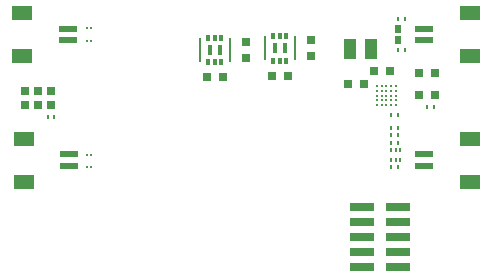
<source format=gbp>
G04*
G04 #@! TF.GenerationSoftware,Altium Limited,Altium Designer,24.5.2 (23)*
G04*
G04 Layer_Color=128*
%FSLAX44Y44*%
%MOMM*%
G71*
G04*
G04 #@! TF.SameCoordinates,341C2CF7-429B-42C7-B8C7-4B7D01239ABD*
G04*
G04*
G04 #@! TF.FilePolarity,Positive*
G04*
G01*
G75*
%ADD20R,0.2700X0.3000*%
%ADD28R,0.2000X0.3500*%
%ADD32R,0.7500X0.8000*%
%ADD79R,2.0300X0.7600*%
%ADD84R,0.8000X0.7500*%
%ADD85R,1.8000X1.2000*%
%ADD86R,1.5500X0.6000*%
%ADD87R,0.7501X0.7501*%
%ADD89R,1.1300X1.8200*%
%ADD90C,0.1930*%
%ADD91R,0.5000X0.6500*%
%ADD108C,0.2250*%
%ADD109R,0.4000X0.9000*%
%ADD110R,0.3000X0.5000*%
%ADD111R,0.2750X2.0250*%
D20*
X37250Y215000D02*
D03*
X31550D02*
D03*
X328350Y205750D02*
D03*
X322650D02*
D03*
X322650Y216750D02*
D03*
X328350D02*
D03*
X322650Y172000D02*
D03*
X328350D02*
D03*
X322650Y192750D02*
D03*
X328350D02*
D03*
X322650Y199250D02*
D03*
X328350D02*
D03*
X358600Y223250D02*
D03*
X352900D02*
D03*
X334350Y271750D02*
D03*
X328650D02*
D03*
X334100Y297250D02*
D03*
X328400D02*
D03*
D28*
X322750Y178250D02*
D03*
X326250D02*
D03*
X329750D02*
D03*
X322750Y186750D02*
D03*
X326250D02*
D03*
X329750D02*
D03*
D32*
X166490Y248750D02*
D03*
X179990D02*
D03*
X221250Y249250D02*
D03*
X234750D02*
D03*
X299235Y242250D02*
D03*
X285735D02*
D03*
X321250Y254000D02*
D03*
X307750D02*
D03*
X346250Y233000D02*
D03*
X359750D02*
D03*
X346250Y251662D02*
D03*
X359750D02*
D03*
D79*
X328690Y87800D02*
D03*
X298190D02*
D03*
X328690Y100500D02*
D03*
X298190D02*
D03*
X328690Y113200D02*
D03*
X298190D02*
D03*
X328690Y125900D02*
D03*
X298190D02*
D03*
X328690Y138600D02*
D03*
X298190D02*
D03*
D84*
X199490Y278250D02*
D03*
Y264750D02*
D03*
X254500Y279500D02*
D03*
Y266000D02*
D03*
D85*
X11250Y196000D02*
D03*
Y160000D02*
D03*
X10250Y302500D02*
D03*
Y266500D02*
D03*
X389250Y196000D02*
D03*
Y160000D02*
D03*
X389000Y266500D02*
D03*
Y302500D02*
D03*
D86*
X50000Y183000D02*
D03*
Y173000D02*
D03*
X49000Y289500D02*
D03*
Y279500D02*
D03*
X350500Y183000D02*
D03*
Y173000D02*
D03*
X350250Y279500D02*
D03*
Y289500D02*
D03*
D87*
X34700Y224799D02*
D03*
X23750D02*
D03*
X12800D02*
D03*
Y236701D02*
D03*
X23750D02*
D03*
X34700D02*
D03*
D89*
X287900Y272500D02*
D03*
X305600Y272500D02*
D03*
D90*
X326500Y224811D02*
D03*
X322500Y228811D02*
D03*
Y224811D02*
D03*
X326500Y228811D02*
D03*
Y232811D02*
D03*
X322500D02*
D03*
X318500Y224811D02*
D03*
Y228811D02*
D03*
X314500D02*
D03*
X318500Y236811D02*
D03*
Y232811D02*
D03*
X326500Y240811D02*
D03*
Y236811D02*
D03*
X322500D02*
D03*
Y240811D02*
D03*
X318500D02*
D03*
X314500Y232811D02*
D03*
X314500Y224811D02*
D03*
X310500Y228811D02*
D03*
Y224811D02*
D03*
Y236811D02*
D03*
Y232811D02*
D03*
X314500Y240811D02*
D03*
Y236811D02*
D03*
X310500Y240811D02*
D03*
D91*
X328250Y289250D02*
D03*
Y279750D02*
D03*
D108*
X64750Y182750D02*
D03*
X68750D02*
D03*
X68750Y172750D02*
D03*
X64750D02*
D03*
X68750Y290250D02*
D03*
X64750D02*
D03*
Y279000D02*
D03*
X68750D02*
D03*
D109*
X168738Y271503D02*
D03*
X177742Y271497D02*
D03*
X223750Y272754D02*
D03*
X232750Y272746D02*
D03*
D110*
X173240Y261250D02*
D03*
X167740D02*
D03*
X178740D02*
D03*
X167740Y281750D02*
D03*
X178740D02*
D03*
X173240Y281750D02*
D03*
X228250Y262500D02*
D03*
X222750D02*
D03*
X233750D02*
D03*
X222750Y283000D02*
D03*
X233750D02*
D03*
X228250Y283000D02*
D03*
D111*
X160490Y271500D02*
D03*
X185990D02*
D03*
X215500Y272750D02*
D03*
X241000D02*
D03*
M02*

</source>
